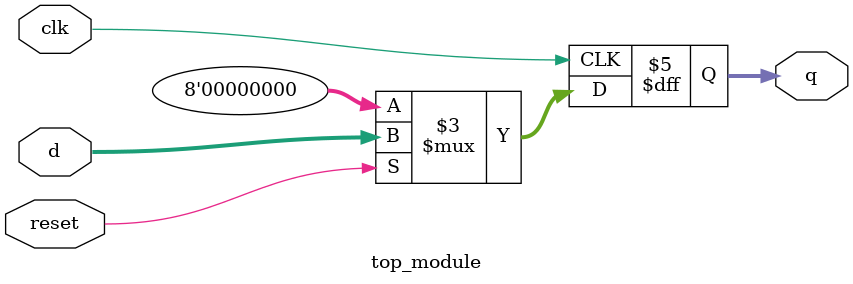
<source format=v>
module top_module (
    input clk,
    input reset,
    input [7:0] d,
    output [7:0] q
);
    
    always @(negedge clk)
    if(reset)
        q=d;
    else
        q=0;
endmodule

</source>
